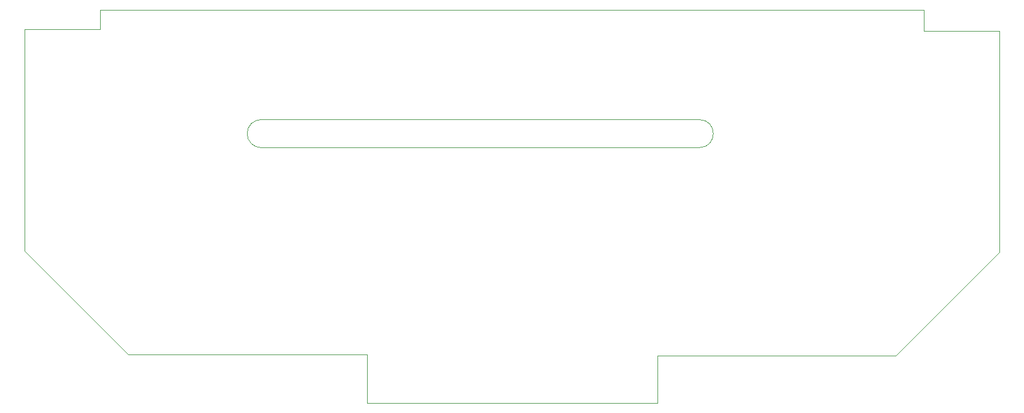
<source format=gbp>
G04 #@! TF.GenerationSoftware,KiCad,Pcbnew,(6.0.2)*
G04 #@! TF.CreationDate,2023-01-14T17:30:24+01:00*
G04 #@! TF.ProjectId,SenseEHajo,53656e73-6545-4486-916a-6f2e6b696361,rev?*
G04 #@! TF.SameCoordinates,Original*
G04 #@! TF.FileFunction,Paste,Bot*
G04 #@! TF.FilePolarity,Positive*
%FSLAX46Y46*%
G04 Gerber Fmt 4.6, Leading zero omitted, Abs format (unit mm)*
G04 Created by KiCad (PCBNEW (6.0.2)) date 2023-01-14 17:30:24*
%MOMM*%
%LPD*%
G01*
G04 APERTURE LIST*
G04 #@! TA.AperFunction,Profile*
%ADD10C,0.050000*%
G04 #@! TD*
G04 APERTURE END LIST*
D10*
X23114000Y-55245000D02*
X23114000Y-23114000D01*
X57353200Y-36195000D02*
X76708000Y-36195000D01*
X76708000Y-40259000D02*
X57353200Y-40259000D01*
X120675400Y-40259000D02*
G75*
G03*
X120675400Y-36195000I0J2032000D01*
G01*
X164084000Y-49276000D02*
X164084000Y-55372000D01*
X112420400Y-36195000D02*
X76708000Y-36195000D01*
X76708000Y-40259000D02*
X120675400Y-40259000D01*
X118643400Y-20320000D02*
X153162000Y-20320000D01*
X112420400Y-36195000D02*
X120675400Y-36195000D01*
X114579400Y-20345400D02*
X118668800Y-20345400D01*
X118668800Y-20345400D02*
X118643400Y-20320000D01*
X34036000Y-23114000D02*
X34036000Y-20320000D01*
X164084000Y-23368000D02*
X164084000Y-30988000D01*
X153162000Y-20320000D02*
X153162000Y-23368000D01*
X114681000Y-77216000D02*
X72644000Y-77216000D01*
X114579400Y-20345400D02*
X34036000Y-20320000D01*
X57353200Y-36195000D02*
G75*
G03*
X57353200Y-40259000I-25401J-2032000D01*
G01*
X38100000Y-70231000D02*
X46761400Y-70231000D01*
X114681000Y-70358000D02*
X114681000Y-77216000D01*
X46761400Y-70231000D02*
X49072800Y-70231000D01*
X38100000Y-70231000D02*
X23114000Y-55245000D01*
X153162000Y-23368000D02*
X164084000Y-23368000D01*
X149098000Y-70358000D02*
X114681000Y-70358000D01*
X72644000Y-77216000D02*
X72644000Y-70231000D01*
X164084000Y-30988000D02*
X164084000Y-49276000D01*
X72644000Y-70231000D02*
X49072800Y-70231000D01*
X164084000Y-55372000D02*
X149098000Y-70358000D01*
X23114000Y-23114000D02*
X34036000Y-23114000D01*
M02*

</source>
